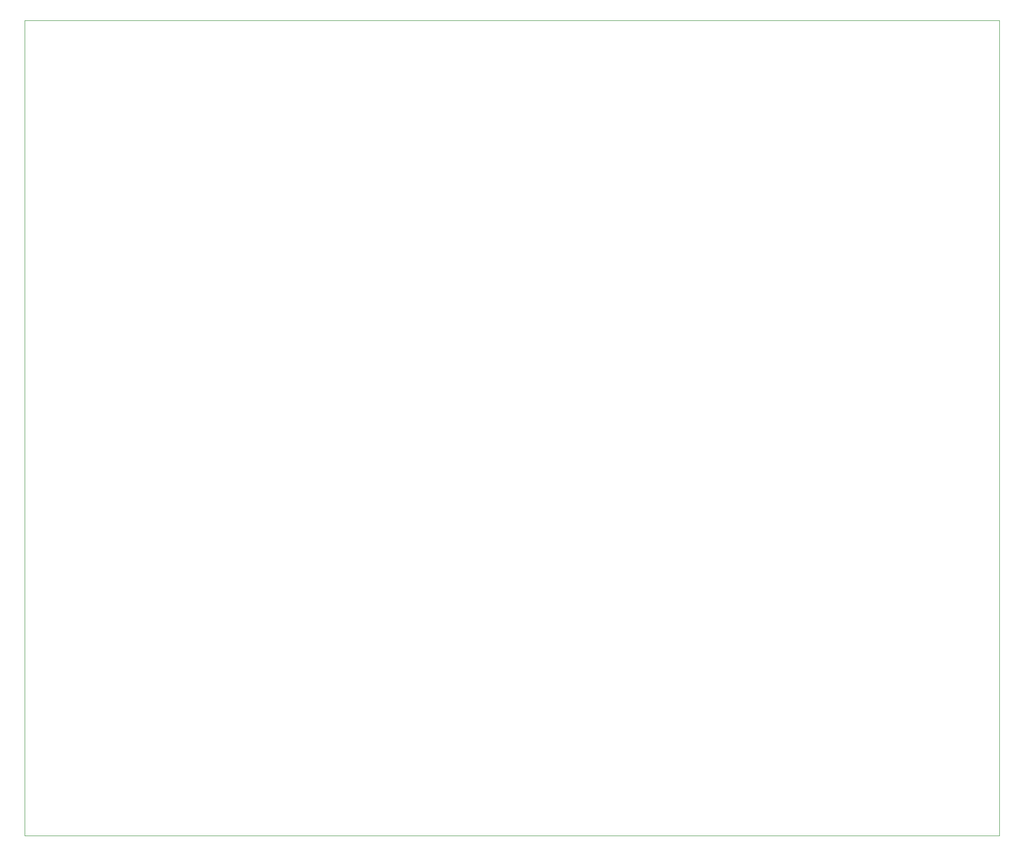
<source format=gbr>
%TF.GenerationSoftware,KiCad,Pcbnew,(5.1.9)-1*%
%TF.CreationDate,2021-02-11T18:19:05-05:00*%
%TF.ProjectId,Tensile_Board,54656e73-696c-4655-9f42-6f6172642e6b,rev?*%
%TF.SameCoordinates,Original*%
%TF.FileFunction,Profile,NP*%
%FSLAX46Y46*%
G04 Gerber Fmt 4.6, Leading zero omitted, Abs format (unit mm)*
G04 Created by KiCad (PCBNEW (5.1.9)-1) date 2021-02-11 18:19:05*
%MOMM*%
%LPD*%
G01*
G04 APERTURE LIST*
%TA.AperFunction,Profile*%
%ADD10C,0.050000*%
%TD*%
G04 APERTURE END LIST*
D10*
X195000000Y-26670000D02*
X20955000Y-26670000D01*
X195000000Y-172170000D02*
X195000000Y-26670000D01*
X20955000Y-172170000D02*
X195000000Y-172170000D01*
X20955000Y-26670000D02*
X20955000Y-172170000D01*
M02*

</source>
